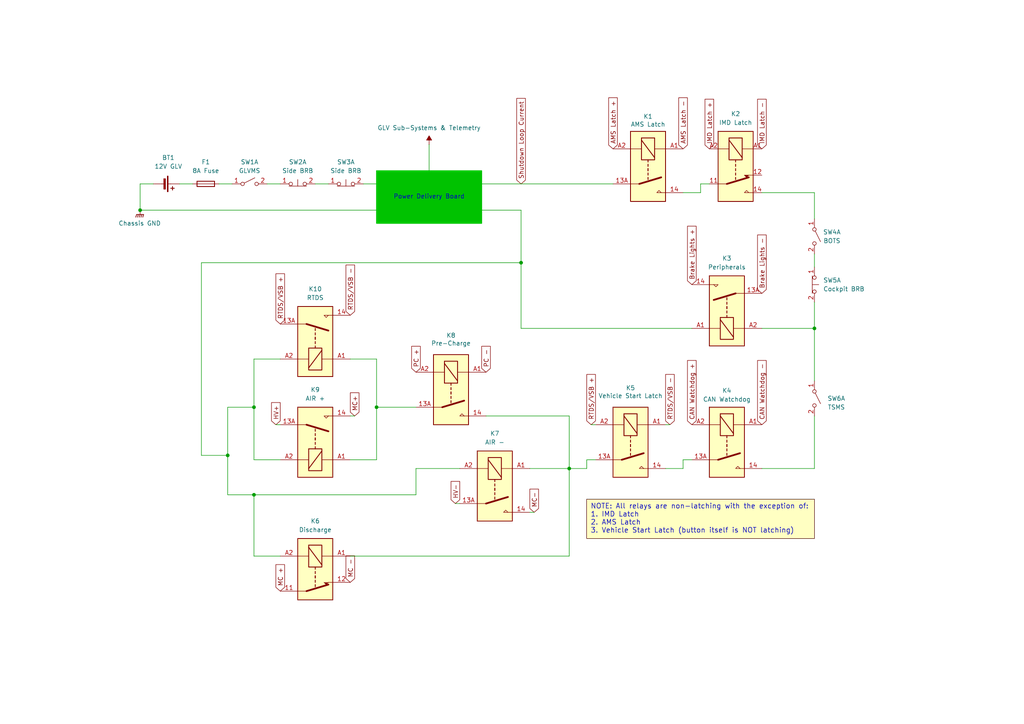
<source format=kicad_sch>
(kicad_sch (version 20231120) (generator "eeschema") (generator_version "8.0")
  (paper "A4")
  (title_block (title "Shutdown Loop") (company "Terrier Motorsport"))
  (lib_symbols
    (symbol "Device:Battery_Cell" (pin_numbers hide) (pin_names (offset 0) hide)
      (property "Reference" "BT" (at 2.54 2.54 0))
      (property "Value" "Battery_Cell" (at 2.54 0 0))
      (symbol "Battery_Cell_0_1"
        (rectangle (start -2.286 1.778) (end 2.286 1.524) (fill (type outline)))
        (rectangle (start -1.524 1.016) (end 1.524 0.508) (fill (type outline)))
        (polyline (pts (xy 0 0.762) (xy 0 0)))
        (polyline (pts (xy 0 1.778) (xy 0 2.54)))
        (polyline (pts (xy 0.762 3.048) (xy 1.778 3.048)) (stroke (width 0.254)))
        (polyline (pts (xy 1.27 3.556) (xy 1.27 2.54)) (stroke (width 0.254)))
      )
      (symbol "Battery_Cell_1_1"
        (pin passive line (at 0 5.08 270) (length 2.54) (name "+") (number "1"))
        (pin passive line (at 0 -2.54 90) (length 2.54) (name "-") (number "2"))
      )
    )
    (symbol "Device:Fuse" (pin_numbers hide) (pin_names (offset 0))
      (property "Reference" "F" (at 2.032 0 90))
      (property "Value" "Fuse" (at -1.905 0 90))
      (symbol "Fuse_0_1"
        (rectangle (start -0.762 -2.54) (end 0.762 2.54) (stroke (width 0.254)))
        (polyline (pts (xy 0 2.54) (xy 0 -2.54)))
      )
      (symbol "Fuse_1_1"
        (pin passive line (at 0 3.81 270) (length 1.27) (name "~") (number "1"))
        (pin passive line (at 0 -3.81 90) (length 1.27) (name "~") (number "2"))
      )
    )
    (symbol "Relay:Fujitsu_FTR-LYCA005x"
      (property "Reference" "K" (at 11.43 3.81 0))
      (property "Value" "Fujitsu_FTR-LYCA005x" (at 11.43 1.27 0))
      (symbol "Fujitsu_FTR-LYCA005x_0_0"
        (polyline (pts (xy 7.62 5.08) (xy 7.62 2.54) (xy 6.985 3.175) (xy 7.62 3.81)))
      )
      (symbol "Fujitsu_FTR-LYCA005x_0_1"
        (rectangle (start -10.16 5.08) (end 10.16 -5.08) (stroke (width 0.254)) (fill (type background)))
        (rectangle (start -8.255 1.905) (end -1.905 -1.905) (stroke (width 0.254)))
        (polyline (pts (xy -7.62 -1.905) (xy -2.54 1.905)) (stroke (width 0.254)))
        (polyline (pts (xy -5.08 -5.08) (xy -5.08 -1.905)))
        (polyline (pts (xy -5.08 5.08) (xy -5.08 1.905)))
        (polyline (pts (xy -1.905 0) (xy -1.27 0)) (stroke (width 0.254)))
        (polyline (pts (xy -0.635 0) (xy 0 0)) (stroke (width 0.254)))
        (polyline (pts (xy 0.635 0) (xy 1.27 0)) (stroke (width 0.254)))
        (polyline (pts (xy 1.905 0) (xy 2.54 0)) (stroke (width 0.254)))
        (polyline (pts (xy 3.175 0) (xy 3.81 0)) (stroke (width 0.254)))
        (polyline (pts (xy 5.08 -2.54) (xy 3.175 3.81)) (stroke (width 0.508)))
        (polyline (pts (xy 5.08 -2.54) (xy 5.08 -5.08)))
        (polyline (pts (xy 2.54 5.08) (xy 2.54 2.54) (xy 3.175 3.175) (xy 2.54 3.81)) (fill (type outline)))
      )
      (symbol "Fujitsu_FTR-LYCA005x_1_1"
        (pin passive line (at 5.08 -7.62 90) (length 2.54) (name "~") (number "11"))
        (pin passive line (at 2.54 7.62 270) (length 2.54) (name "~") (number "12"))
        (pin passive line (at 7.62 7.62 270) (length 2.54) (name "~") (number "14"))
        (pin passive line (at -5.08 7.62 270) (length 2.54) (name "~") (number "A1"))
        (pin passive line (at -5.08 -7.62 90) (length 2.54) (name "~") (number "A2"))
      )
    )
    (symbol "Relay:RAYEX-L90A"
      (property "Reference" "K" (at 11.43 3.81 0))
      (property "Value" "RAYEX-L90A" (at 11.43 1.27 0))
      (symbol "RAYEX-L90A_1_0"
        (polyline (pts (xy 7.62 3.81) (xy 7.62 5.08)))
        (polyline (pts (xy 7.62 3.81) (xy 7.62 2.54) (xy 6.985 3.175) (xy 7.62 3.81)))
      )
      (symbol "RAYEX-L90A_1_1"
        (rectangle (start -10.16 5.08) (end 10.16 -5.08) (stroke (width 0.254)) (fill (type background)))
        (rectangle (start -8.255 1.905) (end -1.905 -1.905) (stroke (width 0.254)))
        (polyline (pts (xy -7.62 -1.905) (xy -2.54 1.905)) (stroke (width 0.254)))
        (polyline (pts (xy -5.08 -5.08) (xy -5.08 -1.905)))
        (polyline (pts (xy -5.08 5.08) (xy -5.08 1.905)))
        (polyline (pts (xy -1.905 0) (xy -1.27 0)) (stroke (width 0.254)))
        (polyline (pts (xy -0.635 0) (xy 0 0)) (stroke (width 0.254)))
        (polyline (pts (xy 0.635 0) (xy 1.27 0)) (stroke (width 0.254)))
        (polyline (pts (xy 0.635 0) (xy 1.27 0)) (stroke (width 0.254)))
        (polyline (pts (xy 1.905 0) (xy 2.54 0)) (stroke (width 0.254)))
        (polyline (pts (xy 3.175 0) (xy 3.81 0)) (stroke (width 0.254)))
        (polyline (pts (xy 5.08 -2.54) (xy 3.175 3.81)) (stroke (width 0.508)))
        (polyline (pts (xy 5.08 -2.54) (xy 5.08 -5.08)))
        (pin passive line (at 5.08 -10.16 90) (length 5.08) (name "~") (number "13A"))
        (pin passive line (at 5.08 -10.16 90) (length 5.08) hide (name "~") (number "13B"))
        (pin passive line (at 7.62 10.16 270) (length 5.08) (name "~") (number "14"))
        (pin passive line (at -5.08 10.16 270) (length 5.08) (name "~") (number "A1"))
        (pin passive line (at -5.08 -10.16 90) (length 5.08) (name "~") (number "A2"))
      )
    )
    (symbol "Relay:RAYEX-L90BS"
      (property "Reference" "K" (at 8.89 3.81 0))
      (property "Value" "RAYEX-L90BS" (at 8.89 1.27 0))
      (symbol "RAYEX-L90BS_1_0"
        (polyline (pts (xy 2.54 3.81) (xy 2.54 5.08)))
      )
      (symbol "RAYEX-L90BS_1_1"
        (rectangle (start -10.16 5.08) (end 7.62 -5.08) (stroke (width 0.254)) (fill (type background)))
        (rectangle (start -8.255 1.905) (end -1.905 -1.905) (stroke (width 0.254)))
        (polyline (pts (xy -7.62 -1.905) (xy -2.54 1.905)) (stroke (width 0.254)))
        (polyline (pts (xy -5.08 -5.08) (xy -5.08 -1.905)))
        (polyline (pts (xy -5.08 5.08) (xy -5.08 1.905)))
        (polyline (pts (xy -1.905 0) (xy -1.27 0)) (stroke (width 0.254)))
        (polyline (pts (xy -0.635 0) (xy 0 0)) (stroke (width 0.254)))
        (polyline (pts (xy 0.635 0) (xy 1.27 0)) (stroke (width 0.254)))
        (polyline (pts (xy 0.635 0) (xy 1.27 0)) (stroke (width 0.254)))
        (polyline (pts (xy 1.905 0) (xy 2.54 0)) (stroke (width 0.254)))
        (polyline (pts (xy 3.175 0) (xy 3.81 0)) (stroke (width 0.254)))
        (polyline (pts (xy 5.08 -2.54) (xy 3.175 3.81)) (stroke (width 0.508)))
        (polyline (pts (xy 5.08 -2.54) (xy 5.08 -5.08)))
        (polyline (pts (xy 2.54 2.54) (xy 3.175 3.175) (xy 2.54 3.81)) (fill (type outline)))
        (pin passive line (at 5.08 -10.16 90) (length 5.08) (name "~") (number "11"))
        (pin passive line (at 2.54 10.16 270) (length 5.08) (name "~") (number "12"))
        (pin passive line (at -5.08 10.16 270) (length 5.08) (name "~") (number "A1"))
        (pin passive line (at -5.08 -10.16 90) (length 5.08) (name "~") (number "A2"))
      )
    )
    (symbol "Switch:SW_DPST_x2" (pin_names (offset 0) hide)
      (property "Reference" "SW" (at 0 3.175 0))
      (property "Value" "SW_DPST_x2" (at 0 -2.54 0))
      (symbol "SW_DPST_x2_0_0"
        (circle (center -2.032 0) (radius 0.508))
        (polyline (pts (xy -1.524 0.254) (xy 1.524 1.778)))
        (circle (center 2.032 0) (radius 0.508))
      )
      (symbol "SW_DPST_x2_1_1"
        (pin passive line (at -5.08 0 0) (length 2.54) (name "A") (number "1"))
        (pin passive line (at 5.08 0 180) (length 2.54) (name "B") (number "2"))
      )
      (symbol "SW_DPST_x2_2_1"
        (pin passive line (at -5.08 0 0) (length 2.54) (name "A") (number "3"))
        (pin passive line (at 5.08 0 180) (length 2.54) (name "B") (number "4"))
      )
    )
    (symbol "Switch:SW_Push_Open_Dual_x2" (pin_names (offset 1.016) hide)
      (property "Reference" "SW" (at 0 2.54 0))
      (property "Value" "SW_Push_Open_Dual_x2" (at 0 -1.905 0))
      (symbol "SW_Push_Open_Dual_x2_0_1"
        (circle (center -2.032 0) (radius 0.508))
        (polyline (pts (xy -2.54 -0.635) (xy 2.54 -0.635)))
        (polyline (pts (xy 0 -0.635) (xy 0 1.27)))
        (circle (center 2.032 0) (radius 0.508))
      )
      (symbol "SW_Push_Open_Dual_x2_1_1"
        (pin passive line (at -5.08 0 0) (length 2.54) (name "1") (number "1"))
        (pin passive line (at 5.08 0 180) (length 2.54) (name "2") (number "2"))
      )
      (symbol "SW_Push_Open_Dual_x2_2_1"
        (pin passive line (at -5.08 0 0) (length 2.54) (name "1") (number "3"))
        (pin passive line (at 5.08 0 180) (length 2.54) (name "2") (number "4"))
      )
    )
    (symbol "power:-12V" (power) (pin_numbers hide) (pin_names (offset 0) hide)
      (property "Value" "-12V" (at 0 3.556 0))
      (symbol "-12V_0_0"
        (pin power_in line (at 0 0 90) (length 0) (name "~") (number "1"))
      )
      (symbol "-12V_0_1"
        (polyline (pts (xy 0 0) (xy 0 1.27) (xy 0.762 1.27) (xy 0 2.54) (xy -0.762 1.27) (xy 0 1.27)) (fill (type outline)))
      )
    )
    (symbol "power:GNDPWR" (power) (pin_numbers hide) (pin_names (offset 0) hide)
      (property "Value" "GNDPWR" (at 0 -3.302 0))
      (symbol "GNDPWR_0_1"
        (polyline (pts (xy 0 -1.27) (xy 0 0)))
        (polyline (pts (xy -1.016 -1.27) (xy -1.27 -2.032) (xy -1.27 -2.032)) (stroke (width 0.2032)))
        (polyline (pts (xy -0.508 -1.27) (xy -0.762 -2.032) (xy -0.762 -2.032)) (stroke (width 0.2032)))
        (polyline (pts (xy 0 -1.27) (xy -0.254 -2.032) (xy -0.254 -2.032)) (stroke (width 0.2032)))
        (polyline (pts (xy 0.508 -1.27) (xy 0.254 -2.032) (xy 0.254 -2.032)) (stroke (width 0.2032)))
        (polyline (pts (xy 1.016 -1.27) (xy -1.016 -1.27) (xy -1.016 -1.27)) (stroke (width 0.2032)))
        (polyline (pts (xy 1.016 -1.27) (xy 0.762 -2.032) (xy 0.762 -2.032) (xy 0.762 -2.032)) (stroke (width 0.2032)))
      )
      (symbol "GNDPWR_1_1"
        (pin power_in line (at 0 0 270) (length 0) (name "~") (number "1"))
      )
    )
  )
  (junction (at 73.66 118.11))
  (junction (at 66.04 132.08))
  (junction (at 165.1 135.89))
  (junction (at 109.22 118.11))
  (junction (at 73.66 143.51))
  (junction (at 40.64 60.96))
  (junction (at 151.13 76.2))
  (junction (at 236.22 95.25))
  (wire (pts (xy 220.98 95.25) (xy 236.22 95.25)))
  (wire (pts (xy 73.66 143.51) (xy 120.65 143.51)))
  (wire (pts (xy 66.04 118.11) (xy 73.66 118.11)))
  (wire (pts (xy 236.22 120.65) (xy 236.22 135.89)))
  (wire (pts (xy 81.28 104.14) (xy 73.66 104.14)))
  (wire (pts (xy 66.04 143.51) (xy 73.66 143.51)))
  (wire (pts (xy 139.7 60.96) (xy 151.13 60.96)))
  (wire (pts (xy 198.12 133.35) (xy 200.66 133.35)))
  (wire (pts (xy 80.01 123.19) (xy 81.28 123.19)))
  (wire (pts (xy 58.42 76.2) (xy 151.13 76.2)))
  (wire (pts (xy 109.22 118.11) (xy 109.22 104.14)))
  (wire (pts (xy 66.04 132.08) (xy 66.04 143.51)))
  (wire (pts (xy 40.64 53.34) (xy 40.64 60.96)))
  (wire (pts (xy 165.1 135.89) (xy 170.18 135.89)))
  (wire (pts (xy 220.98 135.89) (xy 236.22 135.89)))
  (wire (pts (xy 105.41 53.34) (xy 109.22 53.34)))
  (wire (pts (xy 73.66 161.29) (xy 81.28 161.29)))
  (wire (pts (xy 165.1 135.89) (xy 165.1 161.29)))
  (wire (pts (xy 198.12 55.88) (xy 203.2 55.88)))
  (wire (pts (xy 171.45 123.19) (xy 172.72 123.19)))
  (wire (pts (xy 236.22 73.66) (xy 236.22 77.47)))
  (wire (pts (xy 132.08 146.05) (xy 133.35 146.05)))
  (wire (pts (xy 109.22 133.35) (xy 109.22 118.11)))
  (wire (pts (xy 124.46 41.91) (xy 124.46 49.53)))
  (wire (pts (xy 101.6 120.65) (xy 102.87 120.65)))
  (wire (pts (xy 120.65 118.11) (xy 109.22 118.11)))
  (wire (pts (xy 66.04 132.08) (xy 58.42 132.08)))
  (wire (pts (xy 120.65 143.51) (xy 120.65 135.89)))
  (wire (pts (xy 203.2 53.34) (xy 205.74 53.34)))
  (wire (pts (xy 165.1 120.65) (xy 165.1 135.89)))
  (wire (pts (xy 73.66 118.11) (xy 73.66 133.35)))
  (wire (pts (xy 66.04 118.11) (xy 66.04 132.08)))
  (wire (pts (xy 52.07 53.34) (xy 55.88 53.34)))
  (wire (pts (xy 58.42 76.2) (xy 58.42 132.08)))
  (wire (pts (xy 193.04 123.19) (xy 194.31 123.19)))
  (wire (pts (xy 198.12 135.89) (xy 198.12 133.35)))
  (wire (pts (xy 44.45 53.34) (xy 40.64 53.34)))
  (wire (pts (xy 203.2 55.88) (xy 203.2 53.34)))
  (wire (pts (xy 153.67 148.59) (xy 154.94 148.59)))
  (wire (pts (xy 101.6 161.29) (xy 165.1 161.29)))
  (wire (pts (xy 236.22 55.88) (xy 236.22 63.5)))
  (wire (pts (xy 81.28 133.35) (xy 73.66 133.35)))
  (wire (pts (xy 120.65 135.89) (xy 133.35 135.89)))
  (wire (pts (xy 151.13 95.25) (xy 200.66 95.25)))
  (wire (pts (xy 101.6 133.35) (xy 109.22 133.35)))
  (wire (pts (xy 109.22 104.14) (xy 101.6 104.14)))
  (wire (pts (xy 193.04 135.89) (xy 198.12 135.89)))
  (wire (pts (xy 172.72 133.35) (xy 170.18 133.35)))
  (wire (pts (xy 77.47 53.34) (xy 81.28 53.34)))
  (wire (pts (xy 63.5 53.34) (xy 67.31 53.34)))
  (wire (pts (xy 236.22 87.63) (xy 236.22 95.25)))
  (wire (pts (xy 153.67 135.89) (xy 165.1 135.89)))
  (wire (pts (xy 220.98 55.88) (xy 236.22 55.88)))
  (wire (pts (xy 91.44 53.34) (xy 95.25 53.34)))
  (wire (pts (xy 236.22 95.25) (xy 236.22 110.49)))
  (wire (pts (xy 151.13 60.96) (xy 151.13 76.2)))
  (wire (pts (xy 73.66 143.51) (xy 73.66 161.29)))
  (wire (pts (xy 73.66 104.14) (xy 73.66 118.11)))
  (wire (pts (xy 170.18 133.35) (xy 170.18 135.89)))
  (wire (pts (xy 151.13 95.25) (xy 151.13 76.2)))
  (wire (pts (xy 140.97 120.65) (xy 165.1 120.65)))
  (wire (pts (xy 139.7 53.34) (xy 177.8 53.34)))
  (wire (pts (xy 40.64 60.96) (xy 109.22 60.96)))
  (rectangle (start 109.22 49.53) (end 139.7 64.77) (stroke (width 0.254) (color 0 194 0 1)) (fill (type color) (color 0 194 0 1)))
  (text_box "NOTE: All relays are non-latching with the exception of:\n1. IMD Latch\n2. AMS Latch\n3. Vehicle Start Latch (button itself is NOT latching)" (exclude_from_sim yes) (at 170.18 144.78 0) (size 66.04 11.43) (stroke (width 0) (color 72 0 0 1)) (fill (type color) (color 255 255 194 1)) (effects (font (size 1.45 1.45) (thickness 0.1588)) (justify left top)))
  (text "Power Delivery Board" (at 124.46 57.15 0) (effects (font (size 1.27 1.27))))
  (global_label "PC -" (shape input) (at 140.97 107.95 90) (property "Intersheetrefs" "${INTERSHEET_REFS}" (effects (hide yes))))
  (global_label "AMS Latch +" (shape input) (at 177.8 43.18 90) (property "Intersheetrefs" "${INTERSHEET_REFS}" (effects (hide yes))))
  (global_label "CAN Watchdog +" (shape input) (at 200.66 123.19 90) (property "Intersheetrefs" "${INTERSHEET_REFS}" (effects (hide yes))))
  (global_label "Brake Lights -" (shape input) (at 220.98 85.09 90) (property "Intersheetrefs" "${INTERSHEET_REFS}" (effects (hide yes))))
  (global_label "MC-" (shape input) (at 154.94 148.59 90) (property "Intersheetrefs" "${INTERSHEET_REFS}" (effects (hide yes))))
  (global_label "RTDS{slash}VSB +" (shape input) (at 171.45 123.19 90) (property "Intersheetrefs" "${INTERSHEET_REFS}" (effects (hide yes))))
  (global_label "MC+" (shape input) (at 102.87 120.65 90) (property "Intersheetrefs" "${INTERSHEET_REFS}" (effects (hide yes))))
  (global_label "IMD Latch -" (shape input) (at 220.98 43.18 90) (property "Intersheetrefs" "${INTERSHEET_REFS}" (effects (hide yes))))
  (global_label "MC +" (shape input) (at 81.28 171.45 90) (property "Intersheetrefs" "${INTERSHEET_REFS}" (effects (hide yes))))
  (global_label "AMS Latch -" (shape input) (at 198.12 43.18 90) (property "Intersheetrefs" "${INTERSHEET_REFS}" (effects (hide yes))))
  (global_label "IMD Latch +" (shape input) (at 205.74 43.18 90) (property "Intersheetrefs" "${INTERSHEET_REFS}" (effects (hide yes))))
  (global_label "CAN Watchdog -" (shape input) (at 220.98 123.19 90) (property "Intersheetrefs" "${INTERSHEET_REFS}" (effects (hide yes))))
  (global_label "Shutdown Loop Current" (shape input) (at 151.13 53.34 90) (property "Intersheetrefs" "${INTERSHEET_REFS}" (effects (hide yes))))
  (global_label "HV-" (shape input) (at 132.08 146.05 90) (property "Intersheetrefs" "${INTERSHEET_REFS}" (effects (hide yes))))
  (global_label "HV+" (shape input) (at 80.01 123.19 90) (property "Intersheetrefs" "${INTERSHEET_REFS}" (effects (hide yes))))
  (global_label "PC +" (shape input) (at 120.65 107.95 90) (property "Intersheetrefs" "${INTERSHEET_REFS}" (effects (hide yes))))
  (global_label "RTDS{slash}VSB -" (shape input) (at 194.31 123.19 90) (property "Intersheetrefs" "${INTERSHEET_REFS}" (effects (hide yes))))
  (global_label "Brake Lights +" (shape input) (at 200.66 82.55 90) (property "Intersheetrefs" "${INTERSHEET_REFS}" (effects (hide yes))))
  (global_label "MC -" (shape input) (at 101.6 168.91 90) (property "Intersheetrefs" "${INTERSHEET_REFS}" (effects (hide yes))))
  (global_label "RTDS{slash}VSB -" (shape input) (at 101.6 91.44 90) (property "Intersheetrefs" "${INTERSHEET_REFS}" (effects (hide yes))))
  (global_label "RTDS{slash}VSB +" (shape input) (at 81.28 93.98 90) (property "Intersheetrefs" "${INTERSHEET_REFS}" (effects (hide yes))))
  (symbol (lib_id "Switch:SW_DPST_x2") (at 72.39 53.34 0) (unit 1)
    (property "Reference" "SW1" (at 72.39 46.99 0))
    (property "Value" "GLVMS" (at 72.39 49.53 0))
    (property "Description" "Single Pole Single Throw (SPST) switch, separate symbol" (effects (hide yes)))
  )
  (symbol (lib_id "Relay:RAYEX-L90A") (at 187.96 48.26 270) (unit 1)
    (property "Reference" "K1" (at 187.96 33.782 90))
    (property "Value" "AMS Latch" (at 187.96 36.068 90))
    (property "Footprint" "Relay_THT:Relay_SPST_RAYEX-L90A" (effects (hide yes)))
    (property "Datasheet" "https://a3.sofastcdn.com/attachment/7jioKBjnRiiSrjrjknRiwS77gwbf3zmp/L90-SERIES.pdf" (effects (hide yes)))
    (property "Description" "Power relay, NO, SPST, 30A" (effects (hide yes)))
  )
  (symbol (lib_id "Relay:RAYEX-L90A") (at 91.44 99.06 270) (mirror x) (unit 1)
    (property "Reference" "K10" (at 91.44 83.82 90))
    (property "Value" "RTDS" (at 91.44 86.36 90))
    (property "Footprint" "Relay_THT:Relay_SPST_RAYEX-L90A" (effects (hide yes)))
    (property "Datasheet" "https://a3.sofastcdn.com/attachment/7jioKBjnRiiSrjrjknRiwS77gwbf3zmp/L90-SERIES.pdf" (effects (hide yes)))
    (property "Description" "Power relay, NO, SPST, 30A" (effects (hide yes)))
  )
  (symbol (lib_id "Switch:SW_DPST_x2") (at 236.22 68.58 270) (unit 1)
    (property "Reference" "SW4" (at 241.3 67.31 90))
    (property "Value" "BOTS" (at 241.3 69.85 90))
    (property "Description" "Single Pole Single Throw (SPST) switch, separate symbol" (effects (hide yes)))
  )
  (symbol (lib_id "Relay:RAYEX-L90BS") (at 91.44 166.37 270) (unit 1)
    (property "Reference" "K6" (at 91.44 151.13 90))
    (property "Value" "Discharge" (at 91.44 153.67 90))
    (property "Footprint" "Relay_THT:Relay_SPST_RAYEX-L90BS" (effects (hide yes)))
    (property "Datasheet" "https://a3.sofastcdn.com/attachment/7jioKBjnRiiSrjrjknRiwS77gwbf3zmp/L90-SERIES.pdf" (effects (hide yes)))
    (property "Description" "Power relay, Without Common Terminal between coil terminals, NC, SPST, 30A" (effects (hide yes)))
  )
  (symbol (lib_id "Relay:RAYEX-L90A") (at 210.82 128.27 270) (unit 1)
    (property "Reference" "K4" (at 210.82 113.284 90))
    (property "Value" "CAN Watchdog" (at 210.82 115.824 90))
    (property "Footprint" "Relay_THT:Relay_SPST_RAYEX-L90A" (effects (hide yes)))
    (property "Datasheet" "https://a3.sofastcdn.com/attachment/7jioKBjnRiiSrjrjknRiwS77gwbf3zmp/L90-SERIES.pdf" (effects (hide yes)))
    (property "Description" "Power relay, NO, SPST, 30A" (effects (hide yes)))
  )
  (symbol (lib_id "Switch:SW_Push_Open_Dual_x2") (at 86.36 53.34 0) (unit 1)
    (property "Reference" "SW2" (at 86.36 46.99 0))
    (property "Value" "Side BRB" (at 86.36 49.53 0))
    (property "Description" "Push button switch, push-to-open, generic, two pins" (effects (hide yes)))
  )
  (symbol (lib_id "Device:Fuse") (at 59.69 53.34 90) (unit 1)
    (property "Reference" "F1" (at 59.69 46.99 90))
    (property "Value" "8A Fuse" (at 59.69 49.53 90))
    (property "Description" "Fuse" (effects (hide yes)))
  )
  (symbol (lib_id "Relay:RAYEX-L90A") (at 210.82 90.17 90) (unit 1)
    (property "Reference" "K3" (at 210.82 74.93 90))
    (property "Value" "Peripherals" (at 210.82 77.47 90))
    (property "Footprint" "Relay_THT:Relay_SPST_RAYEX-L90A" (effects (hide yes)))
    (property "Datasheet" "https://a3.sofastcdn.com/attachment/7jioKBjnRiiSrjrjknRiwS77gwbf3zmp/L90-SERIES.pdf" (effects (hide yes)))
    (property "Description" "Power relay, NO, SPST, 30A" (effects (hide yes)))
  )
  (symbol (lib_id "Relay:Fujitsu_FTR-LYCA005x") (at 213.36 48.26 270) (unit 1)
    (property "Reference" "K2" (at 213.36 33.02 90))
    (property "Value" "IMD Latch" (at 213.36 35.56 90))
    (property "Footprint" "Relay_THT:Relay_SPDT_Fujitsu_FTR-LYCA005x_FormC_Vertical" (effects (hide yes)))
    (property "Datasheet" "https://www.fujitsu.com/sg/imagesgig5/ftr-ly.pdf" (effects (hide yes)))
    (property "Description" "Relay, SPDT Form C, vertical mount, 5-60V coil, 6A, 250VAC, 28 x 5 x 15mm" (effects (hide yes)))
  )
  (symbol (lib_id "Switch:SW_Push_Open_Dual_x2") (at 100.33 53.34 0) (unit 1)
    (property "Reference" "SW3" (at 100.33 46.99 0))
    (property "Value" "Side BRB" (at 100.33 49.53 0))
    (property "Description" "Push button switch, push-to-open, generic, two pins" (effects (hide yes)))
  )
  (symbol (lib_id "Relay:RAYEX-L90A") (at 130.81 113.03 270) (unit 1)
    (property "Reference" "K8" (at 130.81 97.282 90))
    (property "Value" "Pre-Charge" (at 130.81 99.568 90))
    (property "Footprint" "Relay_THT:Relay_SPST_RAYEX-L90A" (effects (hide yes)))
    (property "Datasheet" "https://a3.sofastcdn.com/attachment/7jioKBjnRiiSrjrjknRiwS77gwbf3zmp/L90-SERIES.pdf" (effects (hide yes)))
    (property "Description" "Power relay, NO, SPST, 30A" (effects (hide yes)))
  )
  (symbol (lib_id "Switch:SW_DPST_x2") (at 236.22 115.57 270) (unit 1)
    (property "Reference" "SW6" (at 242.57 115.57 90))
    (property "Value" "TSMS" (at 242.57 118.11 90))
    (property "Description" "Single Pole Single Throw (SPST) switch, separate symbol" (effects (hide yes)))
  )
  (symbol (lib_id "power:-12V") (at 124.46 41.91 0) (unit 1)
    (property "Reference" "#PWR02" (effects (hide yes)))
    (property "Value" "GLV Sub-Systems & Telemetry" (at 109.474 37.084 0) (effects (justify left)))
    (property "Description" "Power symbol creates a global label with name \"-12V\"" (effects (hide yes)))
  )
  (symbol (lib_id "Relay:RAYEX-L90A") (at 143.51 140.97 270) (unit 1)
    (property "Reference" "K7" (at 143.51 125.73 90))
    (property "Value" "AIR -" (at 143.51 128.27 90))
    (property "Footprint" "Relay_THT:Relay_SPST_RAYEX-L90A" (effects (hide yes)))
    (property "Datasheet" "https://a3.sofastcdn.com/attachment/7jioKBjnRiiSrjrjknRiwS77gwbf3zmp/L90-SERIES.pdf" (effects (hide yes)))
    (property "Description" "Power relay, NO, SPST, 30A" (effects (hide yes)))
  )
  (symbol (lib_id "power:GNDPWR") (at 40.64 60.96 0) (unit 1)
    (property "Reference" "#PWR01" (effects (hide yes)))
    (property "Value" "Chassis GND" (at 40.513 64.77 0))
    (property "Description" "Power symbol creates a global label with name \"GNDPWR\" , global ground" (effects (hide yes)))
  )
  (symbol (lib_id "Switch:SW_Push_Open_Dual_x2") (at 236.22 82.55 270) (unit 1)
    (property "Reference" "SW5" (at 238.76 81.2799 90) (effects (justify left)))
    (property "Value" "Cockpit BRB" (at 238.76 83.8199 90) (effects (justify left)))
    (property "Description" "Push button switch, push-to-open, generic, two pins" (effects (hide yes)))
  )
  (symbol (lib_id "Relay:RAYEX-L90A") (at 91.44 128.27 270) (mirror x) (unit 1)
    (property "Reference" "K9" (at 91.44 113.03 90))
    (property "Value" "AIR +" (at 91.44 115.57 90))
    (property "Footprint" "Relay_THT:Relay_SPST_RAYEX-L90A" (effects (hide yes)))
    (property "Datasheet" "https://a3.sofastcdn.com/attachment/7jioKBjnRiiSrjrjknRiwS77gwbf3zmp/L90-SERIES.pdf" (effects (hide yes)))
    (property "Description" "Power relay, NO, SPST, 30A" (effects (hide yes)))
  )
  (symbol (lib_id "Device:Battery_Cell") (at 46.99 53.34 270) (unit 1)
    (property "Reference" "BT1" (at 48.8315 45.72 90))
    (property "Value" "12V GLV" (at 48.8315 48.26 90))
    (property "Description" "Single-cell battery" (effects (hide yes)))
  )
  (symbol (lib_id "Relay:RAYEX-L90A") (at 182.88 128.27 270) (unit 1)
    (property "Reference" "K5" (at 182.88 112.522 90))
    (property "Value" "Vehicle Start Latch" (at 182.88 114.808 90))
    (property "Footprint" "Relay_THT:Relay_SPST_RAYEX-L90A" (effects (hide yes)))
    (property "Datasheet" "https://a3.sofastcdn.com/attachment/7jioKBjnRiiSrjrjknRiwS77gwbf3zmp/L90-SERIES.pdf" (effects (hide yes)))
    (property "Description" "Power relay, NO, SPST, 30A" (effects (hide yes)))
  )
)
</source>
